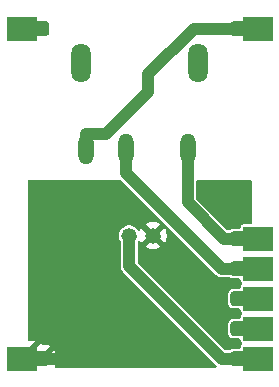
<source format=gtl>
G04 #@! TF.GenerationSoftware,KiCad,Pcbnew,9.0.1+1*
G04 #@! TF.CreationDate,2025-11-12T15:35:06+00:00*
G04 #@! TF.ProjectId,solar-and-dc-connectors,736f6c61-722d-4616-9e64-2d64632d636f,rev?*
G04 #@! TF.SameCoordinates,Original*
G04 #@! TF.FileFunction,Copper,L1,Top*
G04 #@! TF.FilePolarity,Positive*
%FSLAX46Y46*%
G04 Gerber Fmt 4.6, Leading zero omitted, Abs format (unit mm)*
G04 Created by KiCad (PCBNEW 9.0.1+1) date 2025-11-12 15:35:06*
%MOMM*%
%LPD*%
G01*
G04 APERTURE LIST*
G04 #@! TA.AperFunction,ComponentPad*
%ADD10C,1.320800*%
G04 #@! TD*
G04 #@! TA.AperFunction,CastellatedPad*
%ADD11R,2.540000X2.000000*%
G04 #@! TD*
G04 #@! TA.AperFunction,ComponentPad*
%ADD12O,1.308000X2.616000*%
G04 #@! TD*
G04 #@! TA.AperFunction,ComponentPad*
%ADD13O,1.660000X3.320000*%
G04 #@! TD*
G04 #@! TA.AperFunction,ViaPad*
%ADD14C,0.600000*%
G04 #@! TD*
G04 #@! TA.AperFunction,Conductor*
%ADD15C,1.000000*%
G04 #@! TD*
G04 APERTURE END LIST*
D10*
X63084000Y-47979000D03*
X65084001Y-47979000D03*
D11*
X53973000Y-30453000D03*
G04 #@! TA.AperFunction,ComponentPad*
G36*
G01*
X56298000Y-30078000D02*
X56298000Y-30828000D01*
G75*
G02*
X56048000Y-31078000I-250000J0D01*
G01*
X55298000Y-31078000D01*
G75*
G02*
X55048000Y-30828000I0J250000D01*
G01*
X55048000Y-30078000D01*
G75*
G02*
X55298000Y-29828000I250000J0D01*
G01*
X56048000Y-29828000D01*
G75*
G02*
X56298000Y-30078000I0J-250000D01*
G01*
G37*
G04 #@! TD.AperFunction*
X53973000Y-58393000D03*
G04 #@! TA.AperFunction,ComponentPad*
G36*
G01*
X56298000Y-58018000D02*
X56298000Y-58768000D01*
G75*
G02*
X56048000Y-59018000I-250000J0D01*
G01*
X55298000Y-59018000D01*
G75*
G02*
X55048000Y-58768000I0J250000D01*
G01*
X55048000Y-58018000D01*
G75*
G02*
X55298000Y-57768000I250000J0D01*
G01*
X56048000Y-57768000D01*
G75*
G02*
X56298000Y-58018000I0J-250000D01*
G01*
G37*
G04 #@! TD.AperFunction*
G04 #@! TA.AperFunction,ComponentPad*
G36*
G01*
X72898000Y-30078000D02*
X72898000Y-30828000D01*
G75*
G02*
X72648000Y-31078000I-250000J0D01*
G01*
X71898000Y-31078000D01*
G75*
G02*
X71648000Y-30828000I0J250000D01*
G01*
X71648000Y-30078000D01*
G75*
G02*
X71898000Y-29828000I250000J0D01*
G01*
X72648000Y-29828000D01*
G75*
G02*
X72898000Y-30078000I0J-250000D01*
G01*
G37*
G04 #@! TD.AperFunction*
X73973000Y-30453000D03*
G04 #@! TA.AperFunction,ComponentPad*
G36*
G01*
X72898000Y-47858000D02*
X72898000Y-48608000D01*
G75*
G02*
X72648000Y-48858000I-250000J0D01*
G01*
X71898000Y-48858000D01*
G75*
G02*
X71648000Y-48608000I0J250000D01*
G01*
X71648000Y-47858000D01*
G75*
G02*
X71898000Y-47608000I250000J0D01*
G01*
X72648000Y-47608000D01*
G75*
G02*
X72898000Y-47858000I0J-250000D01*
G01*
G37*
G04 #@! TD.AperFunction*
X73973000Y-48233000D03*
G04 #@! TA.AperFunction,ComponentPad*
G36*
G01*
X72898000Y-50398000D02*
X72898000Y-51148000D01*
G75*
G02*
X72648000Y-51398000I-250000J0D01*
G01*
X71898000Y-51398000D01*
G75*
G02*
X71648000Y-51148000I0J250000D01*
G01*
X71648000Y-50398000D01*
G75*
G02*
X71898000Y-50148000I250000J0D01*
G01*
X72648000Y-50148000D01*
G75*
G02*
X72898000Y-50398000I0J-250000D01*
G01*
G37*
G04 #@! TD.AperFunction*
X73973000Y-50773000D03*
G04 #@! TA.AperFunction,ComponentPad*
G36*
G01*
X72898000Y-52938000D02*
X72898000Y-53688000D01*
G75*
G02*
X72648000Y-53938000I-250000J0D01*
G01*
X71898000Y-53938000D01*
G75*
G02*
X71648000Y-53688000I0J250000D01*
G01*
X71648000Y-52938000D01*
G75*
G02*
X71898000Y-52688000I250000J0D01*
G01*
X72648000Y-52688000D01*
G75*
G02*
X72898000Y-52938000I0J-250000D01*
G01*
G37*
G04 #@! TD.AperFunction*
X73973000Y-53313000D03*
G04 #@! TA.AperFunction,ComponentPad*
G36*
G01*
X72898000Y-55478000D02*
X72898000Y-56228000D01*
G75*
G02*
X72648000Y-56478000I-250000J0D01*
G01*
X71898000Y-56478000D01*
G75*
G02*
X71648000Y-56228000I0J250000D01*
G01*
X71648000Y-55478000D01*
G75*
G02*
X71898000Y-55228000I250000J0D01*
G01*
X72648000Y-55228000D01*
G75*
G02*
X72898000Y-55478000I0J-250000D01*
G01*
G37*
G04 #@! TD.AperFunction*
X73973000Y-55853000D03*
G04 #@! TA.AperFunction,ComponentPad*
G36*
G01*
X72898000Y-58018000D02*
X72898000Y-58768000D01*
G75*
G02*
X72648000Y-59018000I-250000J0D01*
G01*
X71898000Y-59018000D01*
G75*
G02*
X71648000Y-58768000I0J250000D01*
G01*
X71648000Y-58018000D01*
G75*
G02*
X71898000Y-57768000I250000J0D01*
G01*
X72648000Y-57768000D01*
G75*
G02*
X72898000Y-58018000I0J-250000D01*
G01*
G37*
G04 #@! TD.AperFunction*
X73973000Y-58393000D03*
D12*
X59420000Y-40674000D03*
X68020000Y-40674000D03*
X62820000Y-40674000D03*
D13*
X68920000Y-33374000D03*
X59020000Y-33374000D03*
D14*
X65570000Y-57030000D03*
X62710000Y-52980000D03*
X70400000Y-54290000D03*
X55350000Y-52790000D03*
X55540000Y-44630000D03*
X71770000Y-45100000D03*
X58520000Y-44710000D03*
X67970000Y-50460000D03*
X55460000Y-49210000D03*
X61110000Y-49360000D03*
X55270000Y-55960000D03*
D15*
X70893000Y-58393000D02*
X72023000Y-58393000D01*
X63084000Y-50584000D02*
X70893000Y-58393000D01*
X63084000Y-47979000D02*
X63084000Y-50584000D01*
X55923000Y-58393000D02*
X59147000Y-58393000D01*
X59147000Y-58393000D02*
X59274000Y-58266000D01*
X64707000Y-35815000D02*
X64707000Y-34283000D01*
X64707000Y-34283000D02*
X68537000Y-30453000D01*
X61118000Y-39404000D02*
X64707000Y-35815000D01*
X59420000Y-39404000D02*
X61118000Y-39404000D01*
X68537000Y-30453000D02*
X72023000Y-30453000D01*
X59420000Y-40674000D02*
X59420000Y-39404000D01*
X71103000Y-48233000D02*
X72023000Y-48233000D01*
X68020000Y-40674000D02*
X68020000Y-45150000D01*
X68020000Y-45150000D02*
X71103000Y-48233000D01*
X70893000Y-50773000D02*
X72023000Y-50773000D01*
X62820000Y-40674000D02*
X62820000Y-42700000D01*
X62820000Y-42700000D02*
X70893000Y-50773000D01*
G04 #@! TA.AperFunction,Conductor*
G36*
X62425020Y-43299685D02*
G01*
X62445662Y-43316319D01*
X70446453Y-51317111D01*
X70446454Y-51317112D01*
X70561192Y-51393777D01*
X70688667Y-51446578D01*
X70688672Y-51446580D01*
X70688676Y-51446580D01*
X70688677Y-51446581D01*
X70824003Y-51473500D01*
X70824006Y-51473500D01*
X70824007Y-51473500D01*
X71539587Y-51473500D01*
X71606626Y-51493185D01*
X71613201Y-51497716D01*
X71685118Y-51550793D01*
X71727845Y-51565744D01*
X71813299Y-51595646D01*
X71843730Y-51598500D01*
X71843734Y-51598500D01*
X72378500Y-51598500D01*
X72445539Y-51618185D01*
X72491294Y-51670989D01*
X72502500Y-51722500D01*
X72502500Y-51792752D01*
X72514131Y-51851229D01*
X72514132Y-51851230D01*
X72558447Y-51917552D01*
X72591890Y-51939898D01*
X72636695Y-51993511D01*
X72645402Y-52062836D01*
X72615247Y-52125863D01*
X72591890Y-52146102D01*
X72558447Y-52168447D01*
X72514132Y-52234769D01*
X72514131Y-52234770D01*
X72502500Y-52293247D01*
X72502500Y-52363500D01*
X72482815Y-52430539D01*
X72430011Y-52476294D01*
X72378500Y-52487500D01*
X71843730Y-52487500D01*
X71813300Y-52490353D01*
X71813298Y-52490353D01*
X71685119Y-52535206D01*
X71685117Y-52535207D01*
X71575850Y-52615850D01*
X71495207Y-52725117D01*
X71495206Y-52725119D01*
X71450353Y-52853298D01*
X71450353Y-52853300D01*
X71447500Y-52883730D01*
X71447500Y-53742269D01*
X71450353Y-53772699D01*
X71450353Y-53772701D01*
X71495206Y-53900880D01*
X71495207Y-53900882D01*
X71575850Y-54010150D01*
X71685118Y-54090793D01*
X71727845Y-54105744D01*
X71813299Y-54135646D01*
X71843730Y-54138500D01*
X71843734Y-54138500D01*
X72378500Y-54138500D01*
X72445539Y-54158185D01*
X72491294Y-54210989D01*
X72502500Y-54262500D01*
X72502500Y-54332752D01*
X72514131Y-54391229D01*
X72514132Y-54391230D01*
X72558447Y-54457552D01*
X72591890Y-54479898D01*
X72636695Y-54533511D01*
X72645402Y-54602836D01*
X72615247Y-54665863D01*
X72591890Y-54686102D01*
X72558447Y-54708447D01*
X72514132Y-54774769D01*
X72514131Y-54774770D01*
X72502500Y-54833247D01*
X72502500Y-54903500D01*
X72482815Y-54970539D01*
X72430011Y-55016294D01*
X72378500Y-55027500D01*
X71843730Y-55027500D01*
X71813300Y-55030353D01*
X71813298Y-55030353D01*
X71685119Y-55075206D01*
X71685117Y-55075207D01*
X71575850Y-55155850D01*
X71495207Y-55265117D01*
X71495206Y-55265119D01*
X71450353Y-55393298D01*
X71450353Y-55393300D01*
X71447500Y-55423730D01*
X71447500Y-56282269D01*
X71450353Y-56312699D01*
X71450353Y-56312701D01*
X71495206Y-56440880D01*
X71495207Y-56440882D01*
X71575850Y-56550150D01*
X71685118Y-56630793D01*
X71727845Y-56645744D01*
X71813299Y-56675646D01*
X71843730Y-56678500D01*
X71843734Y-56678500D01*
X72378500Y-56678500D01*
X72445539Y-56698185D01*
X72491294Y-56750989D01*
X72502500Y-56802500D01*
X72502500Y-56872752D01*
X72514131Y-56931229D01*
X72514132Y-56931230D01*
X72558447Y-56997552D01*
X72591890Y-57019898D01*
X72636695Y-57073511D01*
X72645402Y-57142836D01*
X72615247Y-57205863D01*
X72591890Y-57226102D01*
X72558447Y-57248447D01*
X72514132Y-57314769D01*
X72514131Y-57314770D01*
X72502500Y-57373247D01*
X72502500Y-57443500D01*
X72482815Y-57510539D01*
X72430011Y-57556294D01*
X72378500Y-57567500D01*
X71843730Y-57567500D01*
X71813300Y-57570353D01*
X71813298Y-57570353D01*
X71685119Y-57615206D01*
X71685117Y-57615207D01*
X71653791Y-57638326D01*
X71613218Y-57668270D01*
X71547592Y-57692241D01*
X71539587Y-57692500D01*
X71234519Y-57692500D01*
X71167480Y-57672815D01*
X71146838Y-57656181D01*
X63820819Y-50330162D01*
X63787334Y-50268839D01*
X63784500Y-50242481D01*
X63784500Y-48517822D01*
X63789826Y-48499683D01*
X63790162Y-48480780D01*
X63803666Y-48452547D01*
X63804185Y-48450783D01*
X63805392Y-48448941D01*
X63810230Y-48441699D01*
X63863838Y-48396889D01*
X63933162Y-48388175D01*
X63996192Y-48418324D01*
X64023823Y-48454285D01*
X64091536Y-48587178D01*
X64104468Y-48604978D01*
X64677601Y-48031845D01*
X64677601Y-48032504D01*
X64705296Y-48135865D01*
X64758800Y-48228536D01*
X64834465Y-48304201D01*
X64927136Y-48357705D01*
X65030497Y-48385400D01*
X65031154Y-48385400D01*
X64458020Y-48958531D01*
X64475818Y-48971462D01*
X64638557Y-49054383D01*
X64812272Y-49110827D01*
X64992671Y-49139400D01*
X65175331Y-49139400D01*
X65355729Y-49110827D01*
X65529444Y-49054383D01*
X65692179Y-48971465D01*
X65709980Y-48958531D01*
X65136849Y-48385400D01*
X65137505Y-48385400D01*
X65240866Y-48357705D01*
X65333537Y-48304201D01*
X65409202Y-48228536D01*
X65462706Y-48135865D01*
X65490401Y-48032504D01*
X65490401Y-48031847D01*
X66063532Y-48604978D01*
X66076466Y-48587178D01*
X66159384Y-48424443D01*
X66215828Y-48250728D01*
X66244401Y-48070330D01*
X66244401Y-47887669D01*
X66215828Y-47707271D01*
X66159384Y-47533556D01*
X66076463Y-47370817D01*
X66063532Y-47353020D01*
X66063532Y-47353019D01*
X65490401Y-47926151D01*
X65490401Y-47925496D01*
X65462706Y-47822135D01*
X65409202Y-47729464D01*
X65333537Y-47653799D01*
X65240866Y-47600295D01*
X65137505Y-47572600D01*
X65136848Y-47572600D01*
X65709979Y-46999467D01*
X65692179Y-46986535D01*
X65529444Y-46903616D01*
X65355729Y-46847172D01*
X65175331Y-46818600D01*
X64992671Y-46818600D01*
X64812272Y-46847172D01*
X64638557Y-46903616D01*
X64475814Y-46986539D01*
X64475809Y-46986543D01*
X64458021Y-46999465D01*
X64458021Y-46999468D01*
X65031155Y-47572600D01*
X65030497Y-47572600D01*
X64927136Y-47600295D01*
X64834465Y-47653799D01*
X64758800Y-47729464D01*
X64705296Y-47822135D01*
X64677601Y-47925496D01*
X64677601Y-47926152D01*
X64104469Y-47353020D01*
X64104466Y-47353020D01*
X64091544Y-47370808D01*
X64091537Y-47370819D01*
X64023822Y-47503714D01*
X63975847Y-47554510D01*
X63908026Y-47571304D01*
X63841891Y-47548766D01*
X63810236Y-47516309D01*
X63752705Y-47430207D01*
X63632795Y-47310297D01*
X63632791Y-47310294D01*
X63491795Y-47216083D01*
X63491785Y-47216078D01*
X63359508Y-47161287D01*
X63359506Y-47161286D01*
X63335121Y-47151185D01*
X63335117Y-47151183D01*
X63335115Y-47151183D01*
X63335111Y-47151182D01*
X63335107Y-47151181D01*
X63168795Y-47118100D01*
X63168791Y-47118100D01*
X62999209Y-47118100D01*
X62999204Y-47118100D01*
X62832892Y-47151181D01*
X62832882Y-47151184D01*
X62676214Y-47216078D01*
X62676204Y-47216083D01*
X62535208Y-47310294D01*
X62535204Y-47310297D01*
X62415297Y-47430204D01*
X62415294Y-47430208D01*
X62321083Y-47571204D01*
X62321078Y-47571214D01*
X62256184Y-47727882D01*
X62256181Y-47727892D01*
X62223100Y-47894204D01*
X62223100Y-48063795D01*
X62256181Y-48230107D01*
X62256184Y-48230117D01*
X62321078Y-48386785D01*
X62321083Y-48386794D01*
X62362602Y-48448931D01*
X62383480Y-48515608D01*
X62383500Y-48517822D01*
X62383500Y-50515006D01*
X62383500Y-50652994D01*
X62383500Y-50652996D01*
X62383499Y-50652996D01*
X62410418Y-50788322D01*
X62410421Y-50788332D01*
X62463222Y-50915807D01*
X62539887Y-51030545D01*
X70446453Y-58937111D01*
X70451165Y-58940978D01*
X70449871Y-58942554D01*
X70488696Y-58989017D01*
X70497399Y-59058343D01*
X70467240Y-59121368D01*
X70407795Y-59158084D01*
X70374997Y-59162500D01*
X56879100Y-59162500D01*
X56812061Y-59142815D01*
X56766306Y-59090011D01*
X56756362Y-59020853D01*
X56761394Y-58999496D01*
X56787505Y-58920697D01*
X56787506Y-58920690D01*
X56797999Y-58817986D01*
X56797999Y-57968028D01*
X56797998Y-57968012D01*
X56787505Y-57865302D01*
X56732357Y-57698875D01*
X56727900Y-57691650D01*
X56048000Y-58371550D01*
X56048000Y-58343630D01*
X56022444Y-58248255D01*
X55973075Y-58162745D01*
X55903255Y-58092925D01*
X55817745Y-58043556D01*
X55722370Y-58018000D01*
X55694446Y-58018000D01*
X56374347Y-57338099D01*
X56367124Y-57333643D01*
X56367119Y-57333641D01*
X56200697Y-57278494D01*
X56200690Y-57278493D01*
X56097986Y-57268000D01*
X55816120Y-57268000D01*
X55749081Y-57248315D01*
X55703326Y-57195511D01*
X55699938Y-57187333D01*
X55686354Y-57150913D01*
X55686353Y-57150912D01*
X55635957Y-57083592D01*
X54805105Y-57914445D01*
X54701097Y-57810437D01*
X54578258Y-57728359D01*
X54473500Y-57684966D01*
X54473500Y-57590310D01*
X54493185Y-57523271D01*
X54509819Y-57502629D01*
X55119448Y-56893000D01*
X54597500Y-56893000D01*
X54530461Y-56873315D01*
X54484706Y-56820511D01*
X54473500Y-56769000D01*
X54473500Y-43404000D01*
X54493185Y-43336961D01*
X54545989Y-43291206D01*
X54597500Y-43280000D01*
X62357981Y-43280000D01*
X62425020Y-43299685D01*
G37*
G04 #@! TD.AperFunction*
G04 #@! TA.AperFunction,Conductor*
G36*
X73415539Y-43299685D02*
G01*
X73461294Y-43352489D01*
X73472500Y-43404000D01*
X73472500Y-46908500D01*
X73452815Y-46975539D01*
X73400011Y-47021294D01*
X73348500Y-47032500D01*
X72683247Y-47032500D01*
X72624770Y-47044131D01*
X72624769Y-47044132D01*
X72558447Y-47088447D01*
X72514132Y-47154769D01*
X72514131Y-47154770D01*
X72502500Y-47213247D01*
X72502500Y-47283500D01*
X72482815Y-47350539D01*
X72430011Y-47396294D01*
X72378500Y-47407500D01*
X71843730Y-47407500D01*
X71813300Y-47410353D01*
X71813298Y-47410353D01*
X71685119Y-47455206D01*
X71685117Y-47455207D01*
X71653791Y-47478326D01*
X71613218Y-47508270D01*
X71592806Y-47515726D01*
X71574522Y-47527477D01*
X71551619Y-47530769D01*
X71547592Y-47532241D01*
X71539587Y-47532500D01*
X71444518Y-47532500D01*
X71377479Y-47512815D01*
X71356837Y-47496181D01*
X68756819Y-44896162D01*
X68723334Y-44834839D01*
X68720500Y-44808481D01*
X68720500Y-43404000D01*
X68740185Y-43336961D01*
X68792989Y-43291206D01*
X68844500Y-43280000D01*
X73348500Y-43280000D01*
X73415539Y-43299685D01*
G37*
G04 #@! TD.AperFunction*
M02*

</source>
